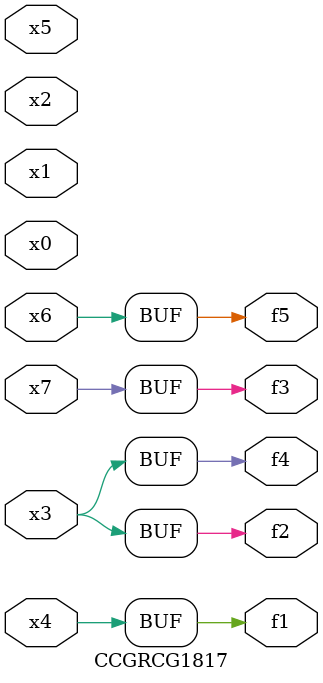
<source format=v>
module CCGRCG1817(
	input x0, x1, x2, x3, x4, x5, x6, x7,
	output f1, f2, f3, f4, f5
);
	assign f1 = x4;
	assign f2 = x3;
	assign f3 = x7;
	assign f4 = x3;
	assign f5 = x6;
endmodule

</source>
